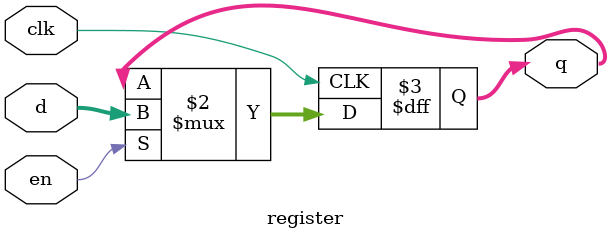
<source format=sv>
module register(d, q, en, clk);
    parameter BITS = 32;
    input logic [BITS-1:0] d;
    input logic en, clk;
    output logic [BITS-1:0] q;

    always_ff @(posedge clk) begin
        q <= en ? d : q;
    end
endmodule
</source>
